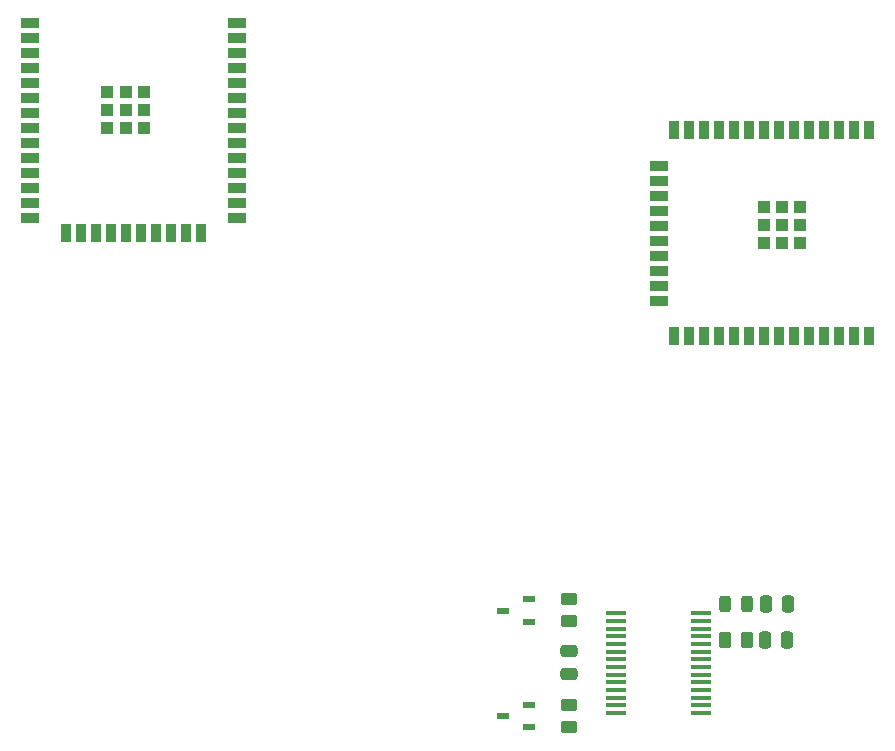
<source format=gbr>
G04 #@! TF.GenerationSoftware,KiCad,Pcbnew,6.0.11+dfsg-1*
G04 #@! TF.CreationDate,2024-10-29T09:23:30+01:00*
G04 #@! TF.ProjectId,kaarten_shieter,6b616172-7465-46e5-9f73-686965746572,rev?*
G04 #@! TF.SameCoordinates,Original*
G04 #@! TF.FileFunction,Paste,Top*
G04 #@! TF.FilePolarity,Positive*
%FSLAX46Y46*%
G04 Gerber Fmt 4.6, Leading zero omitted, Abs format (unit mm)*
G04 Created by KiCad (PCBNEW 6.0.11+dfsg-1) date 2024-10-29 09:23:30*
%MOMM*%
%LPD*%
G01*
G04 APERTURE LIST*
G04 Aperture macros list*
%AMRoundRect*
0 Rectangle with rounded corners*
0 $1 Rounding radius*
0 $2 $3 $4 $5 $6 $7 $8 $9 X,Y pos of 4 corners*
0 Add a 4 corners polygon primitive as box body*
4,1,4,$2,$3,$4,$5,$6,$7,$8,$9,$2,$3,0*
0 Add four circle primitives for the rounded corners*
1,1,$1+$1,$2,$3*
1,1,$1+$1,$4,$5*
1,1,$1+$1,$6,$7*
1,1,$1+$1,$8,$9*
0 Add four rect primitives between the rounded corners*
20,1,$1+$1,$2,$3,$4,$5,0*
20,1,$1+$1,$4,$5,$6,$7,0*
20,1,$1+$1,$6,$7,$8,$9,0*
20,1,$1+$1,$8,$9,$2,$3,0*%
G04 Aperture macros list end*
%ADD10RoundRect,0.250000X-0.250000X-0.475000X0.250000X-0.475000X0.250000X0.475000X-0.250000X0.475000X0*%
%ADD11RoundRect,0.250000X0.475000X-0.250000X0.475000X0.250000X-0.475000X0.250000X-0.475000X-0.250000X0*%
%ADD12RoundRect,0.250000X0.262500X0.450000X-0.262500X0.450000X-0.262500X-0.450000X0.262500X-0.450000X0*%
%ADD13RoundRect,0.250000X0.450000X-0.262500X0.450000X0.262500X-0.450000X0.262500X-0.450000X-0.262500X0*%
%ADD14R,1.750000X0.450000*%
%ADD15RoundRect,0.243750X0.243750X0.456250X-0.243750X0.456250X-0.243750X-0.456250X0.243750X-0.456250X0*%
%ADD16R,1.050000X0.600000*%
%ADD17R,1.500000X0.900000*%
%ADD18R,0.900000X1.500000*%
%ADD19R,1.050000X1.050000*%
G04 APERTURE END LIST*
D10*
X172550000Y-129950000D03*
X174450000Y-129950000D03*
D11*
X156000000Y-132850000D03*
X156000000Y-130950000D03*
D12*
X171000000Y-129950000D03*
X169175000Y-129950000D03*
D13*
X156000000Y-128362500D03*
X156000000Y-126537500D03*
D14*
X159900000Y-127725000D03*
X159900000Y-128375000D03*
X159900000Y-129025000D03*
X159900000Y-129675000D03*
X159900000Y-130325000D03*
X159900000Y-130975000D03*
X159900000Y-131625000D03*
X159900000Y-132275000D03*
X159900000Y-132925000D03*
X159900000Y-133575000D03*
X159900000Y-134225000D03*
X159900000Y-134875000D03*
X159900000Y-135525000D03*
X159900000Y-136175000D03*
X167100000Y-136175000D03*
X167100000Y-135525000D03*
X167100000Y-134875000D03*
X167100000Y-134225000D03*
X167100000Y-133575000D03*
X167100000Y-132925000D03*
X167100000Y-132275000D03*
X167100000Y-131625000D03*
X167100000Y-130975000D03*
X167100000Y-130325000D03*
X167100000Y-129675000D03*
X167100000Y-129025000D03*
X167100000Y-128375000D03*
X167100000Y-127725000D03*
D15*
X171025000Y-126950000D03*
X169150000Y-126950000D03*
D16*
X152600000Y-137400000D03*
X152600000Y-135500000D03*
X150400000Y-136450000D03*
D10*
X172600000Y-126950000D03*
X174500000Y-126950000D03*
D16*
X152590000Y-128450000D03*
X152590000Y-126550000D03*
X150390000Y-127500000D03*
D13*
X156000000Y-137362500D03*
X156000000Y-135537500D03*
D17*
X110340000Y-77750000D03*
X110340000Y-79020000D03*
X110340000Y-80290000D03*
X110340000Y-81560000D03*
X110340000Y-82830000D03*
X110340000Y-84100000D03*
X110340000Y-85370000D03*
X110340000Y-86640000D03*
X110340000Y-87910000D03*
X110340000Y-89180000D03*
X110340000Y-90450000D03*
X110340000Y-91720000D03*
X110340000Y-92990000D03*
X110340000Y-94260000D03*
D18*
X113380000Y-95510000D03*
X114650000Y-95510000D03*
X115920000Y-95510000D03*
X117190000Y-95510000D03*
X118460000Y-95510000D03*
X119730000Y-95510000D03*
X121000000Y-95510000D03*
X122270000Y-95510000D03*
X123540000Y-95510000D03*
X124810000Y-95510000D03*
D17*
X127840000Y-94260000D03*
X127840000Y-92990000D03*
X127840000Y-91720000D03*
X127840000Y-90450000D03*
X127840000Y-89180000D03*
X127840000Y-87910000D03*
X127840000Y-86640000D03*
X127840000Y-85370000D03*
X127840000Y-84100000D03*
X127840000Y-82830000D03*
X127840000Y-81560000D03*
X127840000Y-80290000D03*
X127840000Y-79020000D03*
X127840000Y-77750000D03*
D19*
X118410000Y-83565000D03*
X119935000Y-83565000D03*
X116885000Y-86615000D03*
X116885000Y-83565000D03*
X119935000Y-85090000D03*
X116885000Y-85090000D03*
X118410000Y-86615000D03*
X118410000Y-85090000D03*
X119935000Y-86615000D03*
D18*
X181350000Y-86785000D03*
X180080000Y-86785000D03*
X178810000Y-86785000D03*
X177540000Y-86785000D03*
X176270000Y-86785000D03*
X175000000Y-86785000D03*
X173730000Y-86785000D03*
X172460000Y-86785000D03*
X171190000Y-86785000D03*
X169920000Y-86785000D03*
X168650000Y-86785000D03*
X167380000Y-86785000D03*
X166110000Y-86785000D03*
X164840000Y-86785000D03*
D17*
X163590000Y-89825000D03*
X163590000Y-91095000D03*
X163590000Y-92365000D03*
X163590000Y-93635000D03*
X163590000Y-94905000D03*
X163590000Y-96175000D03*
X163590000Y-97445000D03*
X163590000Y-98715000D03*
X163590000Y-99985000D03*
X163590000Y-101255000D03*
D18*
X164840000Y-104285000D03*
X166110000Y-104285000D03*
X167380000Y-104285000D03*
X168650000Y-104285000D03*
X169920000Y-104285000D03*
X171190000Y-104285000D03*
X172460000Y-104285000D03*
X173730000Y-104285000D03*
X175000000Y-104285000D03*
X176270000Y-104285000D03*
X177540000Y-104285000D03*
X178810000Y-104285000D03*
X180080000Y-104285000D03*
X181350000Y-104285000D03*
D19*
X175535000Y-94855000D03*
X174010000Y-96380000D03*
X172485000Y-96380000D03*
X174010000Y-94855000D03*
X175535000Y-93330000D03*
X174010000Y-93330000D03*
X172485000Y-93330000D03*
X175535000Y-96380000D03*
X172485000Y-94855000D03*
M02*

</source>
